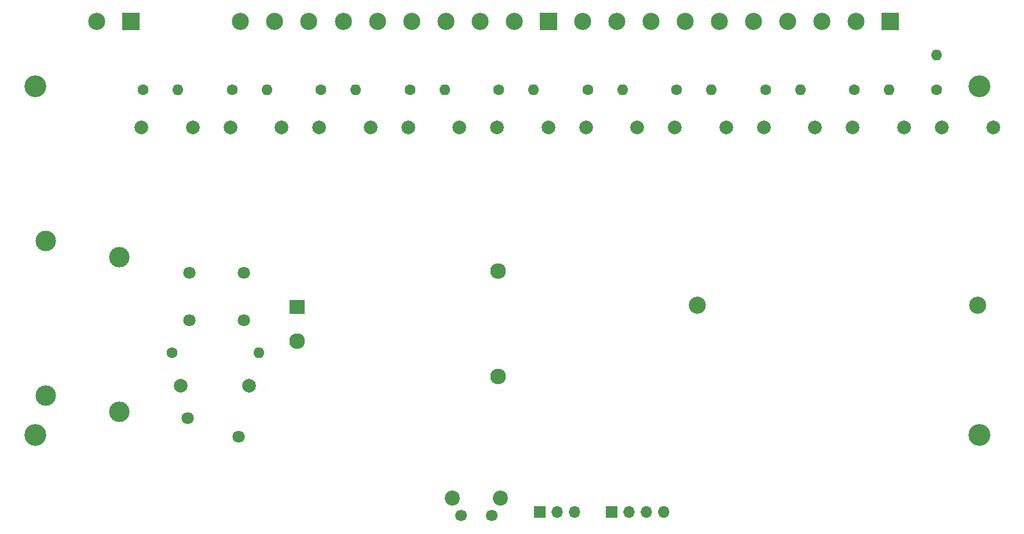
<source format=gbr>
G04 #@! TF.GenerationSoftware,KiCad,Pcbnew,(5.1.8)-1*
G04 #@! TF.CreationDate,2021-11-11T09:43:21+02:00*
G04 #@! TF.ProjectId,controller,636f6e74-726f-46c6-9c65-722e6b696361,rev?*
G04 #@! TF.SameCoordinates,Original*
G04 #@! TF.FileFunction,Soldermask,Bot*
G04 #@! TF.FilePolarity,Negative*
%FSLAX46Y46*%
G04 Gerber Fmt 4.6, Leading zero omitted, Abs format (unit mm)*
G04 Created by KiCad (PCBNEW (5.1.8)-1) date 2021-11-11 09:43:21*
%MOMM*%
%LPD*%
G01*
G04 APERTURE LIST*
%ADD10C,2.500000*%
%ADD11R,2.500000X2.500000*%
%ADD12O,1.600000X1.600000*%
%ADD13C,1.600000*%
%ADD14O,1.700000X1.700000*%
%ADD15R,1.700000X1.700000*%
%ADD16C,1.700000*%
%ADD17C,2.200000*%
%ADD18C,1.800000*%
%ADD19C,2.300000*%
%ADD20R,2.300000X2.000000*%
%ADD21C,2.000000*%
%ADD22C,3.200000*%
%ADD23C,3.000000*%
G04 APERTURE END LIST*
D10*
G04 #@! TO.C,J6*
X51000000Y-36500000D03*
D11*
X56000000Y-36500000D03*
G04 #@! TD*
D10*
G04 #@! TO.C,J5*
X122000000Y-36500000D03*
X127000000Y-36500000D03*
X132000000Y-36500000D03*
X137000000Y-36500000D03*
X142000000Y-36500000D03*
X147000000Y-36500000D03*
X152000000Y-36500000D03*
X157000000Y-36500000D03*
X162000000Y-36500000D03*
D11*
X167000000Y-36500000D03*
G04 #@! TD*
D10*
G04 #@! TO.C,J4*
X72000000Y-36500000D03*
X77000000Y-36500000D03*
X82000000Y-36500000D03*
X87000000Y-36500000D03*
X92000000Y-36500000D03*
X97000000Y-36500000D03*
X102000000Y-36500000D03*
X107000000Y-36500000D03*
X112000000Y-36500000D03*
D11*
X117000000Y-36500000D03*
G04 #@! TD*
D12*
G04 #@! TO.C,R18*
X173750000Y-41420000D03*
D13*
X173750000Y-46500000D03*
G04 #@! TD*
D12*
G04 #@! TO.C,R17*
X166830000Y-46500000D03*
D13*
X161750000Y-46500000D03*
G04 #@! TD*
D12*
G04 #@! TO.C,R16*
X153830000Y-46500000D03*
D13*
X148750000Y-46500000D03*
G04 #@! TD*
D12*
G04 #@! TO.C,R15*
X140830000Y-46500000D03*
D13*
X135750000Y-46500000D03*
G04 #@! TD*
D12*
G04 #@! TO.C,R14*
X127830000Y-46500000D03*
D13*
X122750000Y-46500000D03*
G04 #@! TD*
D12*
G04 #@! TO.C,R13*
X114830000Y-46500000D03*
D13*
X109750000Y-46500000D03*
G04 #@! TD*
D12*
G04 #@! TO.C,R12*
X101830000Y-46500000D03*
D13*
X96750000Y-46500000D03*
G04 #@! TD*
D12*
G04 #@! TO.C,R11*
X88830000Y-46500000D03*
D13*
X83750000Y-46500000D03*
G04 #@! TD*
D12*
G04 #@! TO.C,R10*
X75830000Y-46500000D03*
D13*
X70750000Y-46500000D03*
G04 #@! TD*
D12*
G04 #@! TO.C,R9*
X62830000Y-46500000D03*
D13*
X57750000Y-46500000D03*
G04 #@! TD*
D12*
G04 #@! TO.C,R2*
X74700000Y-85000000D03*
D13*
X62000000Y-85000000D03*
G04 #@! TD*
D14*
G04 #@! TO.C,J1*
X120790000Y-108250000D03*
X118250000Y-108250000D03*
D15*
X115710000Y-108250000D03*
G04 #@! TD*
D16*
G04 #@! TO.C,SW1*
X108750000Y-108750000D03*
X104250000Y-108750000D03*
D17*
X110000000Y-106250000D03*
X103000000Y-106250000D03*
G04 #@! TD*
D18*
G04 #@! TO.C,FL1*
X72500000Y-73250000D03*
X72500000Y-80250000D03*
X64500000Y-80250000D03*
X64500000Y-73250000D03*
G04 #@! TD*
D19*
G04 #@! TO.C,PS1*
X109650000Y-88450000D03*
X80250000Y-83250000D03*
D20*
X80250000Y-78250000D03*
D19*
X109650000Y-73050000D03*
G04 #@! TD*
D10*
G04 #@! TO.C,H5*
X179750000Y-78000000D03*
G04 #@! TD*
G04 #@! TO.C,H3*
X138750000Y-78000000D03*
G04 #@! TD*
D21*
G04 #@! TO.C,C11*
X91000000Y-52000000D03*
X83500000Y-52000000D03*
G04 #@! TD*
G04 #@! TO.C,C18*
X182000000Y-52000000D03*
X174500000Y-52000000D03*
G04 #@! TD*
G04 #@! TO.C,C17*
X169000000Y-52000000D03*
X161500000Y-52000000D03*
G04 #@! TD*
G04 #@! TO.C,C16*
X156000000Y-52000000D03*
X148500000Y-52000000D03*
G04 #@! TD*
G04 #@! TO.C,C15*
X143000000Y-52000000D03*
X135500000Y-52000000D03*
G04 #@! TD*
G04 #@! TO.C,C14*
X130000000Y-52000000D03*
X122500000Y-52000000D03*
G04 #@! TD*
G04 #@! TO.C,C13*
X117000000Y-52000000D03*
X109500000Y-52000000D03*
G04 #@! TD*
G04 #@! TO.C,C12*
X104000000Y-52000000D03*
X96500000Y-52000000D03*
G04 #@! TD*
G04 #@! TO.C,C10*
X78000000Y-52000000D03*
X70500000Y-52000000D03*
G04 #@! TD*
G04 #@! TO.C,C9*
X65000000Y-52000000D03*
X57500000Y-52000000D03*
G04 #@! TD*
D22*
G04 #@! TO.C,H6*
X42000000Y-97000000D03*
G04 #@! TD*
G04 #@! TO.C,H4*
X180000000Y-97000000D03*
G04 #@! TD*
G04 #@! TO.C,H2*
X180000000Y-46000000D03*
G04 #@! TD*
G04 #@! TO.C,H1*
X42000000Y-46000000D03*
G04 #@! TD*
D21*
G04 #@! TO.C,C2*
X63250000Y-89750000D03*
X73250000Y-89750000D03*
G04 #@! TD*
D14*
G04 #@! TO.C,J2*
X133870000Y-108250000D03*
X131330000Y-108250000D03*
X128790000Y-108250000D03*
D15*
X126250000Y-108250000D03*
G04 #@! TD*
D23*
G04 #@! TO.C,F2*
X54250000Y-93600000D03*
X54250000Y-71000000D03*
G04 #@! TD*
G04 #@! TO.C,F1*
X43500000Y-68650000D03*
X43500000Y-91250000D03*
G04 #@! TD*
D18*
G04 #@! TO.C,RV1*
X64250000Y-94550000D03*
X71750000Y-97250000D03*
G04 #@! TD*
M02*

</source>
